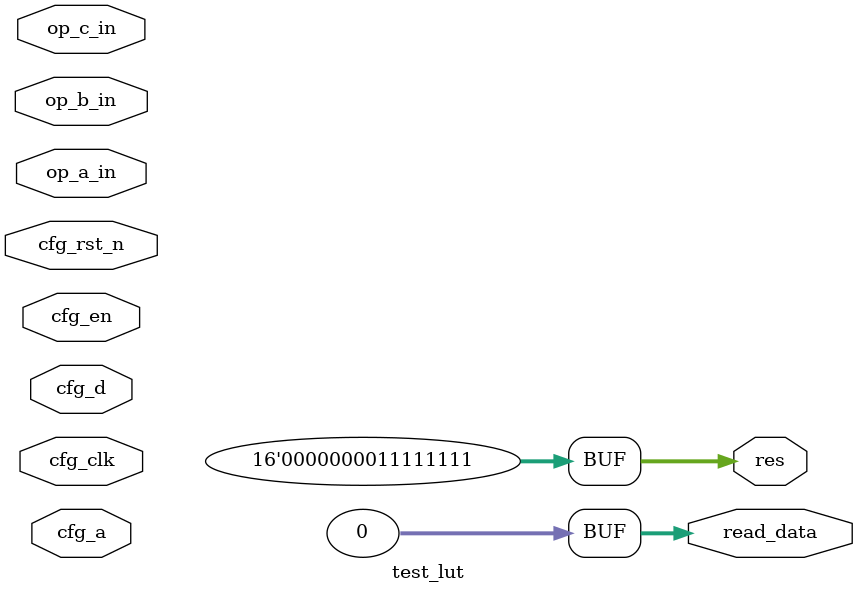
<source format=sv>

module  test_lut  #(
  parameter DataWidth = 16
) (
  input                  cfg_clk,
  input                  cfg_rst_n,
  input  [31:0]          cfg_d,
  input  [7:0]           cfg_a,
  input                  cfg_en,

  input  [DataWidth-1:0] op_a_in,
  input  [DataWidth-1:0] op_b_in,

  input               op_c_in,
  output logic [31:0] read_data,
  output logic [DataWidth-1:0] res
);

   assign read_data = 32'h0;
   assign res = 16'hFF;
   

// genvar ggg;
// generate
//   for (ggg = 0; ggg < DataWidth; ggg = ggg +1) begin : GEN_LUT

//     logic [7:0] lut;

//     always_ff @(posedge cfg_clk or negedge cfg_rst_n) begin
//       if(~cfg_rst_n) begin
//         lut   <= 8'h0;
//       end else if(cfg_en && (cfg_a == $unsigned(ggg/4)) ) begin
//         lut   <= cfg_d[7: 0];
//       end
//     end

//     assign res[ggg] = lut[{op_c_in, op_b_in[ggg], op_a_in[ggg]}];
//     assign read_data = {24'b0, lut};
//   end
// endgenerate


// logic [31:0] nc_cfg_d;
// assign nc_cfg_d = cfg_d;

endmodule





</source>
